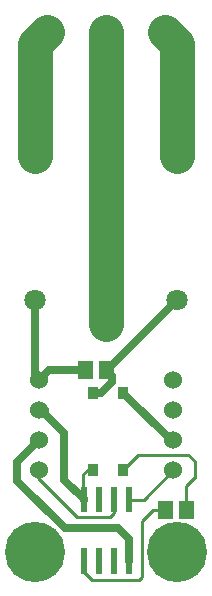
<source format=gtl>
G04 start of page 2 for group 0 idx 0 *
G04 Title: (unknown), top *
G04 Creator: pcb 20140316 *
G04 CreationDate: Sat 21 Jan 2017 09:52:20 PM GMT UTC *
G04 For: david *
G04 Format: Gerber/RS-274X *
G04 PCB-Dimensions (mil): 708.66 1968.50 *
G04 PCB-Coordinate-Origin: lower left *
%MOIN*%
%FSLAX25Y25*%
%LNGTL*%
%ADD22C,0.0520*%
%ADD21C,0.0350*%
%ADD20C,0.1024*%
%ADD19C,0.2008*%
%ADD18R,0.0512X0.0512*%
%ADD17R,0.0200X0.0200*%
%ADD16R,0.0315X0.0315*%
%ADD15C,0.0710*%
%ADD14C,0.0600*%
%ADD13C,0.1181*%
%ADD12C,0.0100*%
%ADD11C,0.0250*%
G54D11*X16535Y71457D02*X12992Y67913D01*
X28505Y71457D02*X16535D01*
X12992Y67913D02*Y68307D01*
X35827Y71457D02*X59055Y94685D01*
X35591Y71457D02*X35827D01*
X37559Y69488D02*X35591Y71457D01*
X37559Y67520D02*Y69488D01*
X33819Y63780D02*X37559Y67520D01*
X31102Y63780D02*X33819D01*
X56969Y47913D02*X41102Y63780D01*
X11811Y69094D02*X12992Y67913D01*
X13898Y57913D02*X21417Y50394D01*
X12953Y57913D02*X13898D01*
X12992D02*X15085D01*
X11811Y94685D02*Y69094D01*
X21654Y18701D02*X5906Y34449D01*
Y40827D02*X12992Y47913D01*
X5906Y34449D02*Y40827D01*
G54D12*X12756Y37362D02*X13150Y37756D01*
X12756Y35394D02*Y37362D01*
X13780Y37126D02*X12992Y37913D01*
X25906Y22244D02*X12756Y35394D01*
G54D11*X21417Y34876D02*X28029Y28265D01*
X21417Y50394D02*Y34876D01*
X27933Y28360D02*X28130Y28163D01*
G54D12*X27862Y36774D02*Y28431D01*
X28350Y27944D01*
X31102Y38189D02*X29277D01*
X27862Y36774D01*
G54D11*X57874Y47913D02*X56969D01*
G54D13*X59055Y180118D02*X55118Y184055D01*
X59055Y142717D02*Y180118D01*
X11811Y142717D02*Y180118D01*
X15748Y184055D01*
X35433D02*Y86811D01*
G54D11*X43071Y7722D02*X43130Y7663D01*
X39370Y18701D02*X21654D01*
G54D12*X36772Y22244D02*X25906D01*
X38130Y23602D02*X36772Y22244D01*
X38130Y28163D02*Y23602D01*
G54D11*X43071Y15000D02*X39370Y18701D01*
X43071Y7722D02*Y15000D01*
G54D12*X28130Y7663D02*Y4043D01*
X30870Y1304D01*
X46375D01*
X47468Y2396D01*
X47450Y21108D02*Y2379D01*
X46841Y1770D01*
X48124Y28163D02*X57874Y37913D01*
X43130Y28163D02*X48124D01*
X55190Y24693D02*X51034D01*
X47450Y21108D01*
X65060Y35493D02*Y40960D01*
X62874Y43146D01*
X46060D02*X41102Y38189D01*
X62874Y43146D02*X46060D01*
X62083Y24693D02*Y32642D01*
X65060Y35619D01*
G54D14*X12992Y67913D03*
Y57913D03*
Y47913D03*
G54D15*X11811Y94685D03*
Y142717D03*
G54D14*X57874Y67913D03*
Y57913D03*
Y47913D03*
Y37913D03*
G54D15*X59055Y94685D03*
Y142717D03*
G54D14*X12992Y37913D03*
G54D15*X55118Y184055D03*
X35433D03*
Y86811D03*
X15748Y184055D03*
G54D16*X41102Y38583D02*Y37795D01*
X31102Y38583D02*Y37795D01*
G54D17*X38130Y31413D02*Y24913D01*
X33130Y31413D02*Y24913D01*
G54D18*X28505Y71850D02*Y71064D01*
X35591Y71850D02*Y71064D01*
G54D16*X41102Y64173D02*Y63386D01*
X31102Y64173D02*Y63386D01*
G54D17*X43130Y10913D02*Y4413D01*
Y31413D02*Y24913D01*
G54D18*X55190Y25086D02*Y24300D01*
X62276Y25086D02*Y24300D01*
G54D17*X28130Y10913D02*Y4413D01*
X33130Y10913D02*Y4413D01*
X38130Y10913D02*Y4413D01*
X28130Y31413D02*Y24913D01*
G54D19*X59055Y10827D03*
X11811D03*
G54D20*G54D21*G54D22*G54D21*G54D22*G54D21*G54D22*M02*

</source>
